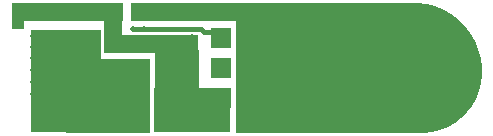
<source format=gbl>
G04*
G04 #@! TF.GenerationSoftware,Altium Limited,Altium Designer,18.1.7 (191)*
G04*
G04 Layer_Physical_Order=2*
G04 Layer_Color=16711680*
%FSLAX44Y44*%
%MOMM*%
G71*
G01*
G75*
%ADD24C,0.4000*%
%ADD32R,1.8000X1.8000*%
%ADD33C,0.4800*%
%ADD34R,9.2000X1.5000*%
%ADD35R,3.7000X6.8000*%
%ADD36R,7.1000X6.3000*%
%ADD37R,1.6000X2.2000*%
%ADD38R,1.0000X2.3000*%
%ADD39R,9.3000X1.5000*%
%ADD40R,6.0000X8.7000*%
%ADD41R,15.4000X11.0000*%
%ADD42R,8.0000X1.5000*%
%ADD43R,6.4000X3.8000*%
G36*
X670000Y452000D02*
Y342000D01*
X700000D01*
X703408D01*
X710166Y342890D01*
X716751Y344654D01*
X723048Y347263D01*
X728952Y350671D01*
X734360Y354820D01*
X739180Y359640D01*
X743329Y365048D01*
X746737Y370952D01*
X749346Y377249D01*
X751110Y383833D01*
X752000Y390592D01*
Y394000D01*
X752000Y394000D01*
X752000Y397802D01*
X751008Y405340D01*
X749040Y412683D01*
X746130Y419708D01*
X742329Y426292D01*
X737700Y432324D01*
X732324Y437700D01*
X726292Y442329D01*
X719708Y446130D01*
X712683Y449040D01*
X705340Y451008D01*
X697802Y452000D01*
X694000D01*
X694000Y452000D01*
X670000D01*
D02*
G37*
D24*
X437000Y420000D02*
X507000D01*
Y372000D02*
Y420000D01*
Y423000D01*
X528000Y427000D02*
X530000Y425000D01*
X466000Y430000D02*
X514000D01*
X528000Y427000D02*
X530000D01*
X517000D02*
X528000D01*
X514000Y430000D02*
X517000Y427000D01*
X457000Y430000D02*
X466000D01*
D32*
X530800Y422400D02*
D03*
Y371600D02*
D03*
Y397000D02*
D03*
D33*
X610000Y370000D02*
D03*
X412000Y424000D02*
D03*
X402000D02*
D03*
X392000D02*
D03*
X382000D02*
D03*
X372000D02*
D03*
X422000D02*
D03*
X359000Y434000D02*
D03*
Y448000D02*
D03*
Y441000D02*
D03*
X565000Y413000D02*
D03*
Y398000D02*
D03*
Y383000D02*
D03*
Y368000D02*
D03*
Y353000D02*
D03*
X580000D02*
D03*
Y368000D02*
D03*
Y383000D02*
D03*
Y398000D02*
D03*
Y413000D02*
D03*
X595000Y353000D02*
D03*
Y368000D02*
D03*
Y383000D02*
D03*
Y413000D02*
D03*
X610000Y353000D02*
D03*
Y368000D02*
D03*
Y383000D02*
D03*
Y398000D02*
D03*
Y413000D02*
D03*
X625000Y353000D02*
D03*
Y368000D02*
D03*
Y383000D02*
D03*
Y398000D02*
D03*
Y413000D02*
D03*
X422000Y415000D02*
D03*
Y405000D02*
D03*
Y395000D02*
D03*
Y385000D02*
D03*
Y375000D02*
D03*
X372000Y415000D02*
D03*
Y405000D02*
D03*
Y395000D02*
D03*
Y385000D02*
D03*
Y375000D02*
D03*
X382000D02*
D03*
Y385000D02*
D03*
Y395000D02*
D03*
Y405000D02*
D03*
Y415000D02*
D03*
X392000Y375000D02*
D03*
Y385000D02*
D03*
Y395000D02*
D03*
Y405000D02*
D03*
Y415000D02*
D03*
X402000Y375000D02*
D03*
Y385000D02*
D03*
Y395000D02*
D03*
Y405000D02*
D03*
Y415000D02*
D03*
X412000Y375000D02*
D03*
Y385000D02*
D03*
Y395000D02*
D03*
Y405000D02*
D03*
Y415000D02*
D03*
X745000Y413000D02*
D03*
Y398000D02*
D03*
Y383000D02*
D03*
X730000Y428000D02*
D03*
Y413000D02*
D03*
Y398000D02*
D03*
Y383000D02*
D03*
Y368000D02*
D03*
X685000Y353000D02*
D03*
Y368000D02*
D03*
Y383000D02*
D03*
Y398000D02*
D03*
Y413000D02*
D03*
Y428000D02*
D03*
Y443000D02*
D03*
X700000Y353000D02*
D03*
Y368000D02*
D03*
Y383000D02*
D03*
Y398000D02*
D03*
Y413000D02*
D03*
Y428000D02*
D03*
Y443000D02*
D03*
X715000Y353000D02*
D03*
Y368000D02*
D03*
Y383000D02*
D03*
Y398000D02*
D03*
Y413000D02*
D03*
Y428000D02*
D03*
Y443000D02*
D03*
X640000Y353000D02*
D03*
Y368000D02*
D03*
Y383000D02*
D03*
Y398000D02*
D03*
Y413000D02*
D03*
Y428000D02*
D03*
Y443000D02*
D03*
X655000Y353000D02*
D03*
Y368000D02*
D03*
Y383000D02*
D03*
Y398000D02*
D03*
Y413000D02*
D03*
Y428000D02*
D03*
Y443000D02*
D03*
X670000Y353000D02*
D03*
Y368000D02*
D03*
Y383000D02*
D03*
Y398000D02*
D03*
Y413000D02*
D03*
Y428000D02*
D03*
Y443000D02*
D03*
X625000D02*
D03*
Y428000D02*
D03*
Y413000D02*
D03*
Y398000D02*
D03*
Y383000D02*
D03*
Y368000D02*
D03*
Y353000D02*
D03*
X610000Y443000D02*
D03*
Y428000D02*
D03*
X595000Y443000D02*
D03*
Y428000D02*
D03*
Y413000D02*
D03*
X595000Y398000D02*
D03*
X595000Y383000D02*
D03*
Y368000D02*
D03*
Y353000D02*
D03*
X580000Y443000D02*
D03*
Y428000D02*
D03*
Y413000D02*
D03*
Y398000D02*
D03*
Y383000D02*
D03*
Y368000D02*
D03*
Y353000D02*
D03*
X565000Y443000D02*
D03*
Y428000D02*
D03*
Y413000D02*
D03*
Y398000D02*
D03*
Y383000D02*
D03*
Y368000D02*
D03*
Y353000D02*
D03*
X550000D02*
D03*
Y368000D02*
D03*
Y383000D02*
D03*
Y398000D02*
D03*
Y413000D02*
D03*
Y428000D02*
D03*
Y443000D02*
D03*
X507000Y423000D02*
D03*
Y358000D02*
D03*
X457000Y430000D02*
D03*
X466000D02*
D03*
D34*
X501000Y444500D02*
D03*
D35*
X493500Y378000D02*
D03*
D36*
X435500Y373500D02*
D03*
D37*
X440000Y432000D02*
D03*
D38*
X359000Y440500D02*
D03*
D39*
X401500Y444500D02*
D03*
D40*
X400000Y385500D02*
D03*
D41*
X621000Y397000D02*
D03*
D42*
X472000Y417500D02*
D03*
D43*
X507000Y361000D02*
D03*
M02*

</source>
